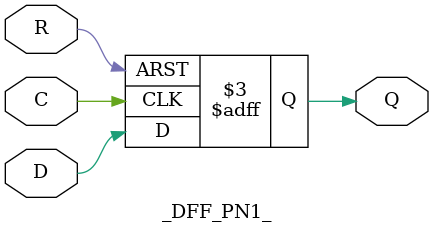
<source format=v>
module _DFF_PN1_(D, Q, C, R);
input D, C, R;
output reg Q;
always @(posedge C or negedge R) begin
	if (R == 0)
		Q <= 1;
	else
		Q <= D;
end
endmodule
</source>
